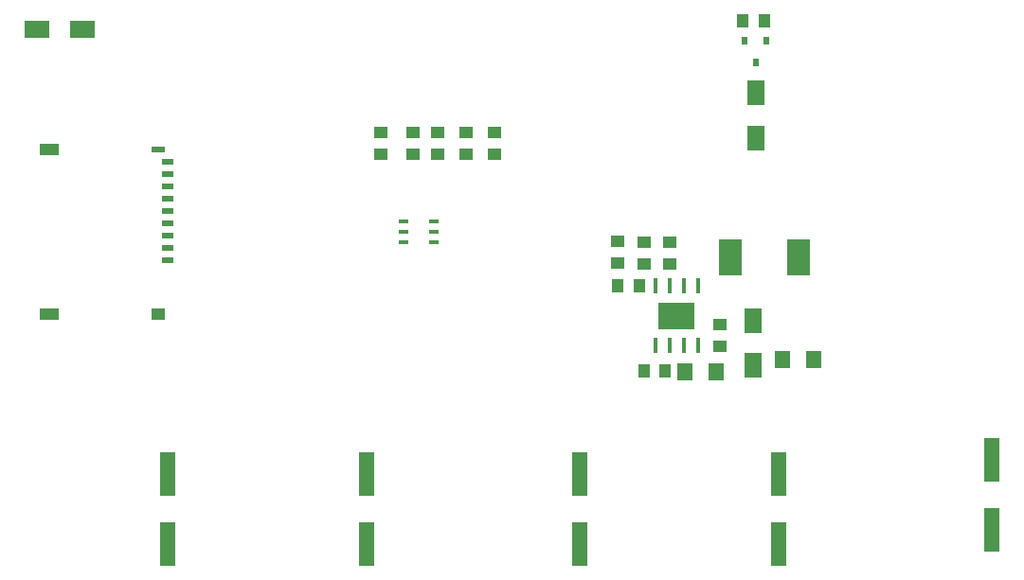
<source format=gbr>
G04 DipTrace 3.3.1.3*
G04 TopPaste.gbr*
%MOIN*%
G04 #@! TF.FileFunction,Paste,Top*
G04 #@! TF.Part,Single*
%ADD73R,0.035307X0.015622*%
%ADD75R,0.130189X0.09515*%
%ADD77R,0.016016X0.054992*%
%ADD89R,0.043181X0.051055*%
%ADD91R,0.023496X0.027433*%
%ADD95R,0.08452X0.129795*%
%ADD101R,0.047118X0.023496*%
%ADD103R,0.047118X0.039244*%
%ADD105R,0.07074X0.039244*%
%ADD107R,0.043181X0.019559*%
%ADD115R,0.058929X0.090425*%
%ADD117R,0.090425X0.058929*%
%ADD119R,0.054992X0.062866*%
%ADD121R,0.051055X0.043181*%
%ADD123R,0.054992X0.155386*%
%FSLAX26Y26*%
G04*
G70*
G90*
G75*
G01*
G04 TopPaste*
%LPD*%
D123*
X943700Y1043700D3*
Y1291731D3*
X1643700Y1043700D3*
Y1291731D3*
X2393700Y1043700D3*
Y1291731D3*
D121*
X2886409Y1816254D3*
Y1741451D3*
D123*
X3093700Y1043700D3*
Y1291731D3*
D119*
X2875451Y1650449D3*
X2765214D3*
X3106200Y1693700D3*
X3216436D3*
D121*
X2710409Y2031254D3*
Y2106057D3*
D123*
X3843700Y1093700D3*
Y1341731D3*
D117*
X484898Y2857814D3*
X642378D3*
D115*
X3012451Y2474949D3*
Y2632430D3*
X3003409Y1830218D3*
Y1672738D3*
D107*
X943676Y2043449D3*
Y2086756D3*
Y2130064D3*
Y2173371D3*
Y2216678D3*
Y2259985D3*
Y2303292D3*
Y2346599D3*
Y2389906D3*
D105*
X528322Y1855260D3*
D103*
X910212D3*
D101*
Y2433213D3*
D105*
X528322D3*
D95*
X2925155Y2055115D3*
X3163344D3*
D91*
X3049949Y2818700D3*
X2975146D3*
X3012548Y2739960D3*
D121*
X1893700Y2493700D3*
Y2418897D3*
X1993700Y2493700D3*
Y2418897D3*
X2093700Y2493700D3*
Y2418897D3*
X1806200Y2493503D3*
Y2418700D3*
D89*
X2968700Y2887451D3*
X3043503D3*
X2528409Y1953254D3*
X2603212D3*
D121*
X2528409Y2109254D3*
Y2034451D3*
D89*
X2619409Y1654254D3*
X2694212D3*
D121*
X2619409Y2031254D3*
Y2106057D3*
X1693700Y2418700D3*
Y2493503D3*
D77*
X2810039Y1955127D3*
X2760039D3*
X2710039D3*
X2660039D3*
Y1742528D3*
X2710039D3*
X2760039D3*
X2810039D3*
D75*
X2735039Y1848827D3*
D73*
X1774951Y2181200D3*
Y2143798D3*
Y2106397D3*
X1881250D3*
Y2143798D3*
Y2181200D3*
M02*

</source>
